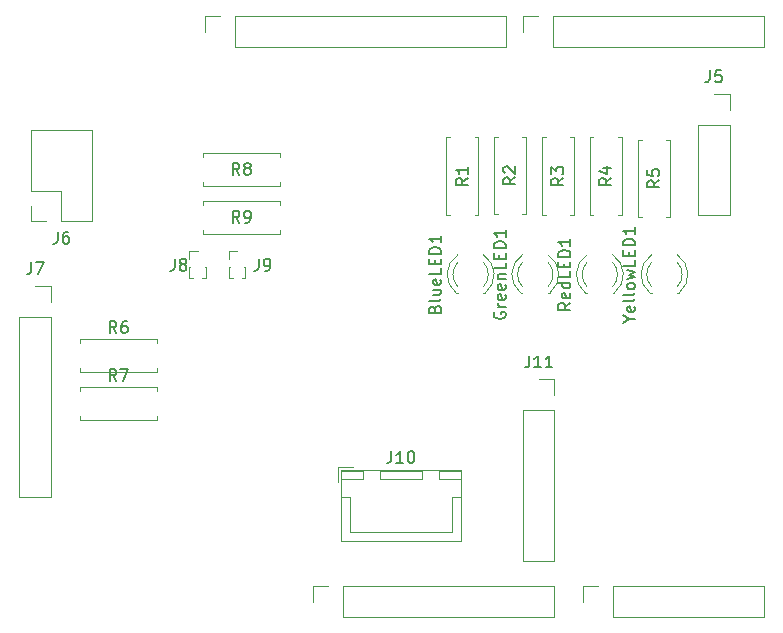
<source format=gbr>
%TF.GenerationSoftware,KiCad,Pcbnew,8.0.8*%
%TF.CreationDate,2025-03-13T23:48:43-06:00*%
%TF.ProjectId,2fib2foib2f,32666962-3266-46f6-9962-32662e6b6963,rev?*%
%TF.SameCoordinates,Original*%
%TF.FileFunction,Legend,Top*%
%TF.FilePolarity,Positive*%
%FSLAX46Y46*%
G04 Gerber Fmt 4.6, Leading zero omitted, Abs format (unit mm)*
G04 Created by KiCad (PCBNEW 8.0.8) date 2025-03-13 23:48:43*
%MOMM*%
%LPD*%
G01*
G04 APERTURE LIST*
%ADD10C,0.150000*%
%ADD11C,0.120000*%
G04 APERTURE END LIST*
D10*
X144935476Y-76643819D02*
X144935476Y-77358104D01*
X144935476Y-77358104D02*
X144887857Y-77500961D01*
X144887857Y-77500961D02*
X144792619Y-77596200D01*
X144792619Y-77596200D02*
X144649762Y-77643819D01*
X144649762Y-77643819D02*
X144554524Y-77643819D01*
X145935476Y-77643819D02*
X145364048Y-77643819D01*
X145649762Y-77643819D02*
X145649762Y-76643819D01*
X145649762Y-76643819D02*
X145554524Y-76786676D01*
X145554524Y-76786676D02*
X145459286Y-76881914D01*
X145459286Y-76881914D02*
X145364048Y-76929533D01*
X146887857Y-77643819D02*
X146316429Y-77643819D01*
X146602143Y-77643819D02*
X146602143Y-76643819D01*
X146602143Y-76643819D02*
X146506905Y-76786676D01*
X146506905Y-76786676D02*
X146411667Y-76881914D01*
X146411667Y-76881914D02*
X146316429Y-76929533D01*
X133266476Y-84728819D02*
X133266476Y-85443104D01*
X133266476Y-85443104D02*
X133218857Y-85585961D01*
X133218857Y-85585961D02*
X133123619Y-85681200D01*
X133123619Y-85681200D02*
X132980762Y-85728819D01*
X132980762Y-85728819D02*
X132885524Y-85728819D01*
X134266476Y-85728819D02*
X133695048Y-85728819D01*
X133980762Y-85728819D02*
X133980762Y-84728819D01*
X133980762Y-84728819D02*
X133885524Y-84871676D01*
X133885524Y-84871676D02*
X133790286Y-84966914D01*
X133790286Y-84966914D02*
X133695048Y-85014533D01*
X134885524Y-84728819D02*
X134980762Y-84728819D01*
X134980762Y-84728819D02*
X135076000Y-84776438D01*
X135076000Y-84776438D02*
X135123619Y-84824057D01*
X135123619Y-84824057D02*
X135171238Y-84919295D01*
X135171238Y-84919295D02*
X135218857Y-85109771D01*
X135218857Y-85109771D02*
X135218857Y-85347866D01*
X135218857Y-85347866D02*
X135171238Y-85538342D01*
X135171238Y-85538342D02*
X135123619Y-85633580D01*
X135123619Y-85633580D02*
X135076000Y-85681200D01*
X135076000Y-85681200D02*
X134980762Y-85728819D01*
X134980762Y-85728819D02*
X134885524Y-85728819D01*
X134885524Y-85728819D02*
X134790286Y-85681200D01*
X134790286Y-85681200D02*
X134742667Y-85633580D01*
X134742667Y-85633580D02*
X134695048Y-85538342D01*
X134695048Y-85538342D02*
X134647429Y-85347866D01*
X134647429Y-85347866D02*
X134647429Y-85109771D01*
X134647429Y-85109771D02*
X134695048Y-84919295D01*
X134695048Y-84919295D02*
X134742667Y-84824057D01*
X134742667Y-84824057D02*
X134790286Y-84776438D01*
X134790286Y-84776438D02*
X134885524Y-84728819D01*
X120407333Y-65388819D02*
X120074000Y-64912628D01*
X119835905Y-65388819D02*
X119835905Y-64388819D01*
X119835905Y-64388819D02*
X120216857Y-64388819D01*
X120216857Y-64388819D02*
X120312095Y-64436438D01*
X120312095Y-64436438D02*
X120359714Y-64484057D01*
X120359714Y-64484057D02*
X120407333Y-64579295D01*
X120407333Y-64579295D02*
X120407333Y-64722152D01*
X120407333Y-64722152D02*
X120359714Y-64817390D01*
X120359714Y-64817390D02*
X120312095Y-64865009D01*
X120312095Y-64865009D02*
X120216857Y-64912628D01*
X120216857Y-64912628D02*
X119835905Y-64912628D01*
X120883524Y-65388819D02*
X121074000Y-65388819D01*
X121074000Y-65388819D02*
X121169238Y-65341200D01*
X121169238Y-65341200D02*
X121216857Y-65293580D01*
X121216857Y-65293580D02*
X121312095Y-65150723D01*
X121312095Y-65150723D02*
X121359714Y-64960247D01*
X121359714Y-64960247D02*
X121359714Y-64579295D01*
X121359714Y-64579295D02*
X121312095Y-64484057D01*
X121312095Y-64484057D02*
X121264476Y-64436438D01*
X121264476Y-64436438D02*
X121169238Y-64388819D01*
X121169238Y-64388819D02*
X120978762Y-64388819D01*
X120978762Y-64388819D02*
X120883524Y-64436438D01*
X120883524Y-64436438D02*
X120835905Y-64484057D01*
X120835905Y-64484057D02*
X120788286Y-64579295D01*
X120788286Y-64579295D02*
X120788286Y-64817390D01*
X120788286Y-64817390D02*
X120835905Y-64912628D01*
X120835905Y-64912628D02*
X120883524Y-64960247D01*
X120883524Y-64960247D02*
X120978762Y-65007866D01*
X120978762Y-65007866D02*
X121169238Y-65007866D01*
X121169238Y-65007866D02*
X121264476Y-64960247D01*
X121264476Y-64960247D02*
X121312095Y-64912628D01*
X121312095Y-64912628D02*
X121359714Y-64817390D01*
X120407333Y-61338819D02*
X120074000Y-60862628D01*
X119835905Y-61338819D02*
X119835905Y-60338819D01*
X119835905Y-60338819D02*
X120216857Y-60338819D01*
X120216857Y-60338819D02*
X120312095Y-60386438D01*
X120312095Y-60386438D02*
X120359714Y-60434057D01*
X120359714Y-60434057D02*
X120407333Y-60529295D01*
X120407333Y-60529295D02*
X120407333Y-60672152D01*
X120407333Y-60672152D02*
X120359714Y-60767390D01*
X120359714Y-60767390D02*
X120312095Y-60815009D01*
X120312095Y-60815009D02*
X120216857Y-60862628D01*
X120216857Y-60862628D02*
X119835905Y-60862628D01*
X120978762Y-60767390D02*
X120883524Y-60719771D01*
X120883524Y-60719771D02*
X120835905Y-60672152D01*
X120835905Y-60672152D02*
X120788286Y-60576914D01*
X120788286Y-60576914D02*
X120788286Y-60529295D01*
X120788286Y-60529295D02*
X120835905Y-60434057D01*
X120835905Y-60434057D02*
X120883524Y-60386438D01*
X120883524Y-60386438D02*
X120978762Y-60338819D01*
X120978762Y-60338819D02*
X121169238Y-60338819D01*
X121169238Y-60338819D02*
X121264476Y-60386438D01*
X121264476Y-60386438D02*
X121312095Y-60434057D01*
X121312095Y-60434057D02*
X121359714Y-60529295D01*
X121359714Y-60529295D02*
X121359714Y-60576914D01*
X121359714Y-60576914D02*
X121312095Y-60672152D01*
X121312095Y-60672152D02*
X121264476Y-60719771D01*
X121264476Y-60719771D02*
X121169238Y-60767390D01*
X121169238Y-60767390D02*
X120978762Y-60767390D01*
X120978762Y-60767390D02*
X120883524Y-60815009D01*
X120883524Y-60815009D02*
X120835905Y-60862628D01*
X120835905Y-60862628D02*
X120788286Y-60957866D01*
X120788286Y-60957866D02*
X120788286Y-61148342D01*
X120788286Y-61148342D02*
X120835905Y-61243580D01*
X120835905Y-61243580D02*
X120883524Y-61291200D01*
X120883524Y-61291200D02*
X120978762Y-61338819D01*
X120978762Y-61338819D02*
X121169238Y-61338819D01*
X121169238Y-61338819D02*
X121264476Y-61291200D01*
X121264476Y-61291200D02*
X121312095Y-61243580D01*
X121312095Y-61243580D02*
X121359714Y-61148342D01*
X121359714Y-61148342D02*
X121359714Y-60957866D01*
X121359714Y-60957866D02*
X121312095Y-60862628D01*
X121312095Y-60862628D02*
X121264476Y-60815009D01*
X121264476Y-60815009D02*
X121169238Y-60767390D01*
X122018666Y-68452819D02*
X122018666Y-69167104D01*
X122018666Y-69167104D02*
X121971047Y-69309961D01*
X121971047Y-69309961D02*
X121875809Y-69405200D01*
X121875809Y-69405200D02*
X121732952Y-69452819D01*
X121732952Y-69452819D02*
X121637714Y-69452819D01*
X122542476Y-69452819D02*
X122732952Y-69452819D01*
X122732952Y-69452819D02*
X122828190Y-69405200D01*
X122828190Y-69405200D02*
X122875809Y-69357580D01*
X122875809Y-69357580D02*
X122971047Y-69214723D01*
X122971047Y-69214723D02*
X123018666Y-69024247D01*
X123018666Y-69024247D02*
X123018666Y-68643295D01*
X123018666Y-68643295D02*
X122971047Y-68548057D01*
X122971047Y-68548057D02*
X122923428Y-68500438D01*
X122923428Y-68500438D02*
X122828190Y-68452819D01*
X122828190Y-68452819D02*
X122637714Y-68452819D01*
X122637714Y-68452819D02*
X122542476Y-68500438D01*
X122542476Y-68500438D02*
X122494857Y-68548057D01*
X122494857Y-68548057D02*
X122447238Y-68643295D01*
X122447238Y-68643295D02*
X122447238Y-68881390D01*
X122447238Y-68881390D02*
X122494857Y-68976628D01*
X122494857Y-68976628D02*
X122542476Y-69024247D01*
X122542476Y-69024247D02*
X122637714Y-69071866D01*
X122637714Y-69071866D02*
X122828190Y-69071866D01*
X122828190Y-69071866D02*
X122923428Y-69024247D01*
X122923428Y-69024247D02*
X122971047Y-68976628D01*
X122971047Y-68976628D02*
X123018666Y-68881390D01*
X114906666Y-68452819D02*
X114906666Y-69167104D01*
X114906666Y-69167104D02*
X114859047Y-69309961D01*
X114859047Y-69309961D02*
X114763809Y-69405200D01*
X114763809Y-69405200D02*
X114620952Y-69452819D01*
X114620952Y-69452819D02*
X114525714Y-69452819D01*
X115525714Y-68881390D02*
X115430476Y-68833771D01*
X115430476Y-68833771D02*
X115382857Y-68786152D01*
X115382857Y-68786152D02*
X115335238Y-68690914D01*
X115335238Y-68690914D02*
X115335238Y-68643295D01*
X115335238Y-68643295D02*
X115382857Y-68548057D01*
X115382857Y-68548057D02*
X115430476Y-68500438D01*
X115430476Y-68500438D02*
X115525714Y-68452819D01*
X115525714Y-68452819D02*
X115716190Y-68452819D01*
X115716190Y-68452819D02*
X115811428Y-68500438D01*
X115811428Y-68500438D02*
X115859047Y-68548057D01*
X115859047Y-68548057D02*
X115906666Y-68643295D01*
X115906666Y-68643295D02*
X115906666Y-68690914D01*
X115906666Y-68690914D02*
X115859047Y-68786152D01*
X115859047Y-68786152D02*
X115811428Y-68833771D01*
X115811428Y-68833771D02*
X115716190Y-68881390D01*
X115716190Y-68881390D02*
X115525714Y-68881390D01*
X115525714Y-68881390D02*
X115430476Y-68929009D01*
X115430476Y-68929009D02*
X115382857Y-68976628D01*
X115382857Y-68976628D02*
X115335238Y-69071866D01*
X115335238Y-69071866D02*
X115335238Y-69262342D01*
X115335238Y-69262342D02*
X115382857Y-69357580D01*
X115382857Y-69357580D02*
X115430476Y-69405200D01*
X115430476Y-69405200D02*
X115525714Y-69452819D01*
X115525714Y-69452819D02*
X115716190Y-69452819D01*
X115716190Y-69452819D02*
X115811428Y-69405200D01*
X115811428Y-69405200D02*
X115859047Y-69357580D01*
X115859047Y-69357580D02*
X115906666Y-69262342D01*
X115906666Y-69262342D02*
X115906666Y-69071866D01*
X115906666Y-69071866D02*
X115859047Y-68976628D01*
X115859047Y-68976628D02*
X115811428Y-68929009D01*
X115811428Y-68929009D02*
X115716190Y-68881390D01*
X105000666Y-66156819D02*
X105000666Y-66871104D01*
X105000666Y-66871104D02*
X104953047Y-67013961D01*
X104953047Y-67013961D02*
X104857809Y-67109200D01*
X104857809Y-67109200D02*
X104714952Y-67156819D01*
X104714952Y-67156819D02*
X104619714Y-67156819D01*
X105905428Y-66156819D02*
X105714952Y-66156819D01*
X105714952Y-66156819D02*
X105619714Y-66204438D01*
X105619714Y-66204438D02*
X105572095Y-66252057D01*
X105572095Y-66252057D02*
X105476857Y-66394914D01*
X105476857Y-66394914D02*
X105429238Y-66585390D01*
X105429238Y-66585390D02*
X105429238Y-66966342D01*
X105429238Y-66966342D02*
X105476857Y-67061580D01*
X105476857Y-67061580D02*
X105524476Y-67109200D01*
X105524476Y-67109200D02*
X105619714Y-67156819D01*
X105619714Y-67156819D02*
X105810190Y-67156819D01*
X105810190Y-67156819D02*
X105905428Y-67109200D01*
X105905428Y-67109200D02*
X105953047Y-67061580D01*
X105953047Y-67061580D02*
X106000666Y-66966342D01*
X106000666Y-66966342D02*
X106000666Y-66728247D01*
X106000666Y-66728247D02*
X105953047Y-66633009D01*
X105953047Y-66633009D02*
X105905428Y-66585390D01*
X105905428Y-66585390D02*
X105810190Y-66537771D01*
X105810190Y-66537771D02*
X105619714Y-66537771D01*
X105619714Y-66537771D02*
X105524476Y-66585390D01*
X105524476Y-66585390D02*
X105476857Y-66633009D01*
X105476857Y-66633009D02*
X105429238Y-66728247D01*
X102766666Y-68744819D02*
X102766666Y-69459104D01*
X102766666Y-69459104D02*
X102719047Y-69601961D01*
X102719047Y-69601961D02*
X102623809Y-69697200D01*
X102623809Y-69697200D02*
X102480952Y-69744819D01*
X102480952Y-69744819D02*
X102385714Y-69744819D01*
X103147619Y-68744819D02*
X103814285Y-68744819D01*
X103814285Y-68744819D02*
X103385714Y-69744819D01*
X109993333Y-78780819D02*
X109660000Y-78304628D01*
X109421905Y-78780819D02*
X109421905Y-77780819D01*
X109421905Y-77780819D02*
X109802857Y-77780819D01*
X109802857Y-77780819D02*
X109898095Y-77828438D01*
X109898095Y-77828438D02*
X109945714Y-77876057D01*
X109945714Y-77876057D02*
X109993333Y-77971295D01*
X109993333Y-77971295D02*
X109993333Y-78114152D01*
X109993333Y-78114152D02*
X109945714Y-78209390D01*
X109945714Y-78209390D02*
X109898095Y-78257009D01*
X109898095Y-78257009D02*
X109802857Y-78304628D01*
X109802857Y-78304628D02*
X109421905Y-78304628D01*
X110326667Y-77780819D02*
X110993333Y-77780819D01*
X110993333Y-77780819D02*
X110564762Y-78780819D01*
X109993333Y-74730819D02*
X109660000Y-74254628D01*
X109421905Y-74730819D02*
X109421905Y-73730819D01*
X109421905Y-73730819D02*
X109802857Y-73730819D01*
X109802857Y-73730819D02*
X109898095Y-73778438D01*
X109898095Y-73778438D02*
X109945714Y-73826057D01*
X109945714Y-73826057D02*
X109993333Y-73921295D01*
X109993333Y-73921295D02*
X109993333Y-74064152D01*
X109993333Y-74064152D02*
X109945714Y-74159390D01*
X109945714Y-74159390D02*
X109898095Y-74207009D01*
X109898095Y-74207009D02*
X109802857Y-74254628D01*
X109802857Y-74254628D02*
X109421905Y-74254628D01*
X110850476Y-73730819D02*
X110660000Y-73730819D01*
X110660000Y-73730819D02*
X110564762Y-73778438D01*
X110564762Y-73778438D02*
X110517143Y-73826057D01*
X110517143Y-73826057D02*
X110421905Y-73968914D01*
X110421905Y-73968914D02*
X110374286Y-74159390D01*
X110374286Y-74159390D02*
X110374286Y-74540342D01*
X110374286Y-74540342D02*
X110421905Y-74635580D01*
X110421905Y-74635580D02*
X110469524Y-74683200D01*
X110469524Y-74683200D02*
X110564762Y-74730819D01*
X110564762Y-74730819D02*
X110755238Y-74730819D01*
X110755238Y-74730819D02*
X110850476Y-74683200D01*
X110850476Y-74683200D02*
X110898095Y-74635580D01*
X110898095Y-74635580D02*
X110945714Y-74540342D01*
X110945714Y-74540342D02*
X110945714Y-74302247D01*
X110945714Y-74302247D02*
X110898095Y-74207009D01*
X110898095Y-74207009D02*
X110850476Y-74159390D01*
X110850476Y-74159390D02*
X110755238Y-74111771D01*
X110755238Y-74111771D02*
X110564762Y-74111771D01*
X110564762Y-74111771D02*
X110469524Y-74159390D01*
X110469524Y-74159390D02*
X110421905Y-74207009D01*
X110421905Y-74207009D02*
X110374286Y-74302247D01*
X143752819Y-61558666D02*
X143276628Y-61891999D01*
X143752819Y-62130094D02*
X142752819Y-62130094D01*
X142752819Y-62130094D02*
X142752819Y-61749142D01*
X142752819Y-61749142D02*
X142800438Y-61653904D01*
X142800438Y-61653904D02*
X142848057Y-61606285D01*
X142848057Y-61606285D02*
X142943295Y-61558666D01*
X142943295Y-61558666D02*
X143086152Y-61558666D01*
X143086152Y-61558666D02*
X143181390Y-61606285D01*
X143181390Y-61606285D02*
X143229009Y-61653904D01*
X143229009Y-61653904D02*
X143276628Y-61749142D01*
X143276628Y-61749142D02*
X143276628Y-62130094D01*
X142848057Y-61177713D02*
X142800438Y-61130094D01*
X142800438Y-61130094D02*
X142752819Y-61034856D01*
X142752819Y-61034856D02*
X142752819Y-60796761D01*
X142752819Y-60796761D02*
X142800438Y-60701523D01*
X142800438Y-60701523D02*
X142848057Y-60653904D01*
X142848057Y-60653904D02*
X142943295Y-60606285D01*
X142943295Y-60606285D02*
X143038533Y-60606285D01*
X143038533Y-60606285D02*
X143181390Y-60653904D01*
X143181390Y-60653904D02*
X143752819Y-61225332D01*
X143752819Y-61225332D02*
X143752819Y-60606285D01*
X148412819Y-72178762D02*
X147936628Y-72512095D01*
X148412819Y-72750190D02*
X147412819Y-72750190D01*
X147412819Y-72750190D02*
X147412819Y-72369238D01*
X147412819Y-72369238D02*
X147460438Y-72274000D01*
X147460438Y-72274000D02*
X147508057Y-72226381D01*
X147508057Y-72226381D02*
X147603295Y-72178762D01*
X147603295Y-72178762D02*
X147746152Y-72178762D01*
X147746152Y-72178762D02*
X147841390Y-72226381D01*
X147841390Y-72226381D02*
X147889009Y-72274000D01*
X147889009Y-72274000D02*
X147936628Y-72369238D01*
X147936628Y-72369238D02*
X147936628Y-72750190D01*
X148365200Y-71369238D02*
X148412819Y-71464476D01*
X148412819Y-71464476D02*
X148412819Y-71654952D01*
X148412819Y-71654952D02*
X148365200Y-71750190D01*
X148365200Y-71750190D02*
X148269961Y-71797809D01*
X148269961Y-71797809D02*
X147889009Y-71797809D01*
X147889009Y-71797809D02*
X147793771Y-71750190D01*
X147793771Y-71750190D02*
X147746152Y-71654952D01*
X147746152Y-71654952D02*
X147746152Y-71464476D01*
X147746152Y-71464476D02*
X147793771Y-71369238D01*
X147793771Y-71369238D02*
X147889009Y-71321619D01*
X147889009Y-71321619D02*
X147984247Y-71321619D01*
X147984247Y-71321619D02*
X148079485Y-71797809D01*
X148412819Y-70464476D02*
X147412819Y-70464476D01*
X148365200Y-70464476D02*
X148412819Y-70559714D01*
X148412819Y-70559714D02*
X148412819Y-70750190D01*
X148412819Y-70750190D02*
X148365200Y-70845428D01*
X148365200Y-70845428D02*
X148317580Y-70893047D01*
X148317580Y-70893047D02*
X148222342Y-70940666D01*
X148222342Y-70940666D02*
X147936628Y-70940666D01*
X147936628Y-70940666D02*
X147841390Y-70893047D01*
X147841390Y-70893047D02*
X147793771Y-70845428D01*
X147793771Y-70845428D02*
X147746152Y-70750190D01*
X147746152Y-70750190D02*
X147746152Y-70559714D01*
X147746152Y-70559714D02*
X147793771Y-70464476D01*
X148412819Y-69512095D02*
X148412819Y-69988285D01*
X148412819Y-69988285D02*
X147412819Y-69988285D01*
X147889009Y-69178761D02*
X147889009Y-68845428D01*
X148412819Y-68702571D02*
X148412819Y-69178761D01*
X148412819Y-69178761D02*
X147412819Y-69178761D01*
X147412819Y-69178761D02*
X147412819Y-68702571D01*
X148412819Y-68273999D02*
X147412819Y-68273999D01*
X147412819Y-68273999D02*
X147412819Y-68035904D01*
X147412819Y-68035904D02*
X147460438Y-67893047D01*
X147460438Y-67893047D02*
X147555676Y-67797809D01*
X147555676Y-67797809D02*
X147650914Y-67750190D01*
X147650914Y-67750190D02*
X147841390Y-67702571D01*
X147841390Y-67702571D02*
X147984247Y-67702571D01*
X147984247Y-67702571D02*
X148174723Y-67750190D01*
X148174723Y-67750190D02*
X148269961Y-67797809D01*
X148269961Y-67797809D02*
X148365200Y-67893047D01*
X148365200Y-67893047D02*
X148412819Y-68035904D01*
X148412819Y-68035904D02*
X148412819Y-68273999D01*
X148412819Y-66750190D02*
X148412819Y-67321618D01*
X148412819Y-67035904D02*
X147412819Y-67035904D01*
X147412819Y-67035904D02*
X147555676Y-67131142D01*
X147555676Y-67131142D02*
X147650914Y-67226380D01*
X147650914Y-67226380D02*
X147698533Y-67321618D01*
X139722819Y-61610666D02*
X139246628Y-61943999D01*
X139722819Y-62182094D02*
X138722819Y-62182094D01*
X138722819Y-62182094D02*
X138722819Y-61801142D01*
X138722819Y-61801142D02*
X138770438Y-61705904D01*
X138770438Y-61705904D02*
X138818057Y-61658285D01*
X138818057Y-61658285D02*
X138913295Y-61610666D01*
X138913295Y-61610666D02*
X139056152Y-61610666D01*
X139056152Y-61610666D02*
X139151390Y-61658285D01*
X139151390Y-61658285D02*
X139199009Y-61705904D01*
X139199009Y-61705904D02*
X139246628Y-61801142D01*
X139246628Y-61801142D02*
X139246628Y-62182094D01*
X139722819Y-60658285D02*
X139722819Y-61229713D01*
X139722819Y-60943999D02*
X138722819Y-60943999D01*
X138722819Y-60943999D02*
X138865676Y-61039237D01*
X138865676Y-61039237D02*
X138960914Y-61134475D01*
X138960914Y-61134475D02*
X139008533Y-61229713D01*
X141990438Y-72964476D02*
X141942819Y-73059714D01*
X141942819Y-73059714D02*
X141942819Y-73202571D01*
X141942819Y-73202571D02*
X141990438Y-73345428D01*
X141990438Y-73345428D02*
X142085676Y-73440666D01*
X142085676Y-73440666D02*
X142180914Y-73488285D01*
X142180914Y-73488285D02*
X142371390Y-73535904D01*
X142371390Y-73535904D02*
X142514247Y-73535904D01*
X142514247Y-73535904D02*
X142704723Y-73488285D01*
X142704723Y-73488285D02*
X142799961Y-73440666D01*
X142799961Y-73440666D02*
X142895200Y-73345428D01*
X142895200Y-73345428D02*
X142942819Y-73202571D01*
X142942819Y-73202571D02*
X142942819Y-73107333D01*
X142942819Y-73107333D02*
X142895200Y-72964476D01*
X142895200Y-72964476D02*
X142847580Y-72916857D01*
X142847580Y-72916857D02*
X142514247Y-72916857D01*
X142514247Y-72916857D02*
X142514247Y-73107333D01*
X142942819Y-72488285D02*
X142276152Y-72488285D01*
X142466628Y-72488285D02*
X142371390Y-72440666D01*
X142371390Y-72440666D02*
X142323771Y-72393047D01*
X142323771Y-72393047D02*
X142276152Y-72297809D01*
X142276152Y-72297809D02*
X142276152Y-72202571D01*
X142895200Y-71488285D02*
X142942819Y-71583523D01*
X142942819Y-71583523D02*
X142942819Y-71773999D01*
X142942819Y-71773999D02*
X142895200Y-71869237D01*
X142895200Y-71869237D02*
X142799961Y-71916856D01*
X142799961Y-71916856D02*
X142419009Y-71916856D01*
X142419009Y-71916856D02*
X142323771Y-71869237D01*
X142323771Y-71869237D02*
X142276152Y-71773999D01*
X142276152Y-71773999D02*
X142276152Y-71583523D01*
X142276152Y-71583523D02*
X142323771Y-71488285D01*
X142323771Y-71488285D02*
X142419009Y-71440666D01*
X142419009Y-71440666D02*
X142514247Y-71440666D01*
X142514247Y-71440666D02*
X142609485Y-71916856D01*
X142895200Y-70631142D02*
X142942819Y-70726380D01*
X142942819Y-70726380D02*
X142942819Y-70916856D01*
X142942819Y-70916856D02*
X142895200Y-71012094D01*
X142895200Y-71012094D02*
X142799961Y-71059713D01*
X142799961Y-71059713D02*
X142419009Y-71059713D01*
X142419009Y-71059713D02*
X142323771Y-71012094D01*
X142323771Y-71012094D02*
X142276152Y-70916856D01*
X142276152Y-70916856D02*
X142276152Y-70726380D01*
X142276152Y-70726380D02*
X142323771Y-70631142D01*
X142323771Y-70631142D02*
X142419009Y-70583523D01*
X142419009Y-70583523D02*
X142514247Y-70583523D01*
X142514247Y-70583523D02*
X142609485Y-71059713D01*
X142276152Y-70154951D02*
X142942819Y-70154951D01*
X142371390Y-70154951D02*
X142323771Y-70107332D01*
X142323771Y-70107332D02*
X142276152Y-70012094D01*
X142276152Y-70012094D02*
X142276152Y-69869237D01*
X142276152Y-69869237D02*
X142323771Y-69773999D01*
X142323771Y-69773999D02*
X142419009Y-69726380D01*
X142419009Y-69726380D02*
X142942819Y-69726380D01*
X142942819Y-68773999D02*
X142942819Y-69250189D01*
X142942819Y-69250189D02*
X141942819Y-69250189D01*
X142419009Y-68440665D02*
X142419009Y-68107332D01*
X142942819Y-67964475D02*
X142942819Y-68440665D01*
X142942819Y-68440665D02*
X141942819Y-68440665D01*
X141942819Y-68440665D02*
X141942819Y-67964475D01*
X142942819Y-67535903D02*
X141942819Y-67535903D01*
X141942819Y-67535903D02*
X141942819Y-67297808D01*
X141942819Y-67297808D02*
X141990438Y-67154951D01*
X141990438Y-67154951D02*
X142085676Y-67059713D01*
X142085676Y-67059713D02*
X142180914Y-67012094D01*
X142180914Y-67012094D02*
X142371390Y-66964475D01*
X142371390Y-66964475D02*
X142514247Y-66964475D01*
X142514247Y-66964475D02*
X142704723Y-67012094D01*
X142704723Y-67012094D02*
X142799961Y-67059713D01*
X142799961Y-67059713D02*
X142895200Y-67154951D01*
X142895200Y-67154951D02*
X142942819Y-67297808D01*
X142942819Y-67297808D02*
X142942819Y-67535903D01*
X142942819Y-66012094D02*
X142942819Y-66583522D01*
X142942819Y-66297808D02*
X141942819Y-66297808D01*
X141942819Y-66297808D02*
X142085676Y-66393046D01*
X142085676Y-66393046D02*
X142180914Y-66488284D01*
X142180914Y-66488284D02*
X142228533Y-66583522D01*
X155944819Y-61812666D02*
X155468628Y-62145999D01*
X155944819Y-62384094D02*
X154944819Y-62384094D01*
X154944819Y-62384094D02*
X154944819Y-62003142D01*
X154944819Y-62003142D02*
X154992438Y-61907904D01*
X154992438Y-61907904D02*
X155040057Y-61860285D01*
X155040057Y-61860285D02*
X155135295Y-61812666D01*
X155135295Y-61812666D02*
X155278152Y-61812666D01*
X155278152Y-61812666D02*
X155373390Y-61860285D01*
X155373390Y-61860285D02*
X155421009Y-61907904D01*
X155421009Y-61907904D02*
X155468628Y-62003142D01*
X155468628Y-62003142D02*
X155468628Y-62384094D01*
X154944819Y-60907904D02*
X154944819Y-61384094D01*
X154944819Y-61384094D02*
X155421009Y-61431713D01*
X155421009Y-61431713D02*
X155373390Y-61384094D01*
X155373390Y-61384094D02*
X155325771Y-61288856D01*
X155325771Y-61288856D02*
X155325771Y-61050761D01*
X155325771Y-61050761D02*
X155373390Y-60955523D01*
X155373390Y-60955523D02*
X155421009Y-60907904D01*
X155421009Y-60907904D02*
X155516247Y-60860285D01*
X155516247Y-60860285D02*
X155754342Y-60860285D01*
X155754342Y-60860285D02*
X155849580Y-60907904D01*
X155849580Y-60907904D02*
X155897200Y-60955523D01*
X155897200Y-60955523D02*
X155944819Y-61050761D01*
X155944819Y-61050761D02*
X155944819Y-61288856D01*
X155944819Y-61288856D02*
X155897200Y-61384094D01*
X155897200Y-61384094D02*
X155849580Y-61431713D01*
X151872819Y-61610666D02*
X151396628Y-61943999D01*
X151872819Y-62182094D02*
X150872819Y-62182094D01*
X150872819Y-62182094D02*
X150872819Y-61801142D01*
X150872819Y-61801142D02*
X150920438Y-61705904D01*
X150920438Y-61705904D02*
X150968057Y-61658285D01*
X150968057Y-61658285D02*
X151063295Y-61610666D01*
X151063295Y-61610666D02*
X151206152Y-61610666D01*
X151206152Y-61610666D02*
X151301390Y-61658285D01*
X151301390Y-61658285D02*
X151349009Y-61705904D01*
X151349009Y-61705904D02*
X151396628Y-61801142D01*
X151396628Y-61801142D02*
X151396628Y-62182094D01*
X151206152Y-60753523D02*
X151872819Y-60753523D01*
X150825200Y-60991618D02*
X151539485Y-61229713D01*
X151539485Y-61229713D02*
X151539485Y-60610666D01*
X147822819Y-61610666D02*
X147346628Y-61943999D01*
X147822819Y-62182094D02*
X146822819Y-62182094D01*
X146822819Y-62182094D02*
X146822819Y-61801142D01*
X146822819Y-61801142D02*
X146870438Y-61705904D01*
X146870438Y-61705904D02*
X146918057Y-61658285D01*
X146918057Y-61658285D02*
X147013295Y-61610666D01*
X147013295Y-61610666D02*
X147156152Y-61610666D01*
X147156152Y-61610666D02*
X147251390Y-61658285D01*
X147251390Y-61658285D02*
X147299009Y-61705904D01*
X147299009Y-61705904D02*
X147346628Y-61801142D01*
X147346628Y-61801142D02*
X147346628Y-62182094D01*
X146822819Y-61277332D02*
X146822819Y-60658285D01*
X146822819Y-60658285D02*
X147203771Y-60991618D01*
X147203771Y-60991618D02*
X147203771Y-60848761D01*
X147203771Y-60848761D02*
X147251390Y-60753523D01*
X147251390Y-60753523D02*
X147299009Y-60705904D01*
X147299009Y-60705904D02*
X147394247Y-60658285D01*
X147394247Y-60658285D02*
X147632342Y-60658285D01*
X147632342Y-60658285D02*
X147727580Y-60705904D01*
X147727580Y-60705904D02*
X147775200Y-60753523D01*
X147775200Y-60753523D02*
X147822819Y-60848761D01*
X147822819Y-60848761D02*
X147822819Y-61134475D01*
X147822819Y-61134475D02*
X147775200Y-61229713D01*
X147775200Y-61229713D02*
X147727580Y-61277332D01*
X136949009Y-72678762D02*
X136996628Y-72535905D01*
X136996628Y-72535905D02*
X137044247Y-72488286D01*
X137044247Y-72488286D02*
X137139485Y-72440667D01*
X137139485Y-72440667D02*
X137282342Y-72440667D01*
X137282342Y-72440667D02*
X137377580Y-72488286D01*
X137377580Y-72488286D02*
X137425200Y-72535905D01*
X137425200Y-72535905D02*
X137472819Y-72631143D01*
X137472819Y-72631143D02*
X137472819Y-73012095D01*
X137472819Y-73012095D02*
X136472819Y-73012095D01*
X136472819Y-73012095D02*
X136472819Y-72678762D01*
X136472819Y-72678762D02*
X136520438Y-72583524D01*
X136520438Y-72583524D02*
X136568057Y-72535905D01*
X136568057Y-72535905D02*
X136663295Y-72488286D01*
X136663295Y-72488286D02*
X136758533Y-72488286D01*
X136758533Y-72488286D02*
X136853771Y-72535905D01*
X136853771Y-72535905D02*
X136901390Y-72583524D01*
X136901390Y-72583524D02*
X136949009Y-72678762D01*
X136949009Y-72678762D02*
X136949009Y-73012095D01*
X137472819Y-71869238D02*
X137425200Y-71964476D01*
X137425200Y-71964476D02*
X137329961Y-72012095D01*
X137329961Y-72012095D02*
X136472819Y-72012095D01*
X136806152Y-71059714D02*
X137472819Y-71059714D01*
X136806152Y-71488285D02*
X137329961Y-71488285D01*
X137329961Y-71488285D02*
X137425200Y-71440666D01*
X137425200Y-71440666D02*
X137472819Y-71345428D01*
X137472819Y-71345428D02*
X137472819Y-71202571D01*
X137472819Y-71202571D02*
X137425200Y-71107333D01*
X137425200Y-71107333D02*
X137377580Y-71059714D01*
X137425200Y-70202571D02*
X137472819Y-70297809D01*
X137472819Y-70297809D02*
X137472819Y-70488285D01*
X137472819Y-70488285D02*
X137425200Y-70583523D01*
X137425200Y-70583523D02*
X137329961Y-70631142D01*
X137329961Y-70631142D02*
X136949009Y-70631142D01*
X136949009Y-70631142D02*
X136853771Y-70583523D01*
X136853771Y-70583523D02*
X136806152Y-70488285D01*
X136806152Y-70488285D02*
X136806152Y-70297809D01*
X136806152Y-70297809D02*
X136853771Y-70202571D01*
X136853771Y-70202571D02*
X136949009Y-70154952D01*
X136949009Y-70154952D02*
X137044247Y-70154952D01*
X137044247Y-70154952D02*
X137139485Y-70631142D01*
X137472819Y-69250190D02*
X137472819Y-69726380D01*
X137472819Y-69726380D02*
X136472819Y-69726380D01*
X136949009Y-68916856D02*
X136949009Y-68583523D01*
X137472819Y-68440666D02*
X137472819Y-68916856D01*
X137472819Y-68916856D02*
X136472819Y-68916856D01*
X136472819Y-68916856D02*
X136472819Y-68440666D01*
X137472819Y-68012094D02*
X136472819Y-68012094D01*
X136472819Y-68012094D02*
X136472819Y-67773999D01*
X136472819Y-67773999D02*
X136520438Y-67631142D01*
X136520438Y-67631142D02*
X136615676Y-67535904D01*
X136615676Y-67535904D02*
X136710914Y-67488285D01*
X136710914Y-67488285D02*
X136901390Y-67440666D01*
X136901390Y-67440666D02*
X137044247Y-67440666D01*
X137044247Y-67440666D02*
X137234723Y-67488285D01*
X137234723Y-67488285D02*
X137329961Y-67535904D01*
X137329961Y-67535904D02*
X137425200Y-67631142D01*
X137425200Y-67631142D02*
X137472819Y-67773999D01*
X137472819Y-67773999D02*
X137472819Y-68012094D01*
X137472819Y-66488285D02*
X137472819Y-67059713D01*
X137472819Y-66773999D02*
X136472819Y-66773999D01*
X136472819Y-66773999D02*
X136615676Y-66869237D01*
X136615676Y-66869237D02*
X136710914Y-66964475D01*
X136710914Y-66964475D02*
X136758533Y-67059713D01*
X160236666Y-52488819D02*
X160236666Y-53203104D01*
X160236666Y-53203104D02*
X160189047Y-53345961D01*
X160189047Y-53345961D02*
X160093809Y-53441200D01*
X160093809Y-53441200D02*
X159950952Y-53488819D01*
X159950952Y-53488819D02*
X159855714Y-53488819D01*
X161189047Y-52488819D02*
X160712857Y-52488819D01*
X160712857Y-52488819D02*
X160665238Y-52965009D01*
X160665238Y-52965009D02*
X160712857Y-52917390D01*
X160712857Y-52917390D02*
X160808095Y-52869771D01*
X160808095Y-52869771D02*
X161046190Y-52869771D01*
X161046190Y-52869771D02*
X161141428Y-52917390D01*
X161141428Y-52917390D02*
X161189047Y-52965009D01*
X161189047Y-52965009D02*
X161236666Y-53060247D01*
X161236666Y-53060247D02*
X161236666Y-53298342D01*
X161236666Y-53298342D02*
X161189047Y-53393580D01*
X161189047Y-53393580D02*
X161141428Y-53441200D01*
X161141428Y-53441200D02*
X161046190Y-53488819D01*
X161046190Y-53488819D02*
X160808095Y-53488819D01*
X160808095Y-53488819D02*
X160712857Y-53441200D01*
X160712857Y-53441200D02*
X160665238Y-53393580D01*
X153406628Y-73535905D02*
X153882819Y-73535905D01*
X152882819Y-73869238D02*
X153406628Y-73535905D01*
X153406628Y-73535905D02*
X152882819Y-73202572D01*
X153835200Y-72488286D02*
X153882819Y-72583524D01*
X153882819Y-72583524D02*
X153882819Y-72774000D01*
X153882819Y-72774000D02*
X153835200Y-72869238D01*
X153835200Y-72869238D02*
X153739961Y-72916857D01*
X153739961Y-72916857D02*
X153359009Y-72916857D01*
X153359009Y-72916857D02*
X153263771Y-72869238D01*
X153263771Y-72869238D02*
X153216152Y-72774000D01*
X153216152Y-72774000D02*
X153216152Y-72583524D01*
X153216152Y-72583524D02*
X153263771Y-72488286D01*
X153263771Y-72488286D02*
X153359009Y-72440667D01*
X153359009Y-72440667D02*
X153454247Y-72440667D01*
X153454247Y-72440667D02*
X153549485Y-72916857D01*
X153882819Y-71869238D02*
X153835200Y-71964476D01*
X153835200Y-71964476D02*
X153739961Y-72012095D01*
X153739961Y-72012095D02*
X152882819Y-72012095D01*
X153882819Y-71345428D02*
X153835200Y-71440666D01*
X153835200Y-71440666D02*
X153739961Y-71488285D01*
X153739961Y-71488285D02*
X152882819Y-71488285D01*
X153882819Y-70821618D02*
X153835200Y-70916856D01*
X153835200Y-70916856D02*
X153787580Y-70964475D01*
X153787580Y-70964475D02*
X153692342Y-71012094D01*
X153692342Y-71012094D02*
X153406628Y-71012094D01*
X153406628Y-71012094D02*
X153311390Y-70964475D01*
X153311390Y-70964475D02*
X153263771Y-70916856D01*
X153263771Y-70916856D02*
X153216152Y-70821618D01*
X153216152Y-70821618D02*
X153216152Y-70678761D01*
X153216152Y-70678761D02*
X153263771Y-70583523D01*
X153263771Y-70583523D02*
X153311390Y-70535904D01*
X153311390Y-70535904D02*
X153406628Y-70488285D01*
X153406628Y-70488285D02*
X153692342Y-70488285D01*
X153692342Y-70488285D02*
X153787580Y-70535904D01*
X153787580Y-70535904D02*
X153835200Y-70583523D01*
X153835200Y-70583523D02*
X153882819Y-70678761D01*
X153882819Y-70678761D02*
X153882819Y-70821618D01*
X153216152Y-70154951D02*
X153882819Y-69964475D01*
X153882819Y-69964475D02*
X153406628Y-69773999D01*
X153406628Y-69773999D02*
X153882819Y-69583523D01*
X153882819Y-69583523D02*
X153216152Y-69393047D01*
X153882819Y-68535904D02*
X153882819Y-69012094D01*
X153882819Y-69012094D02*
X152882819Y-69012094D01*
X153359009Y-68202570D02*
X153359009Y-67869237D01*
X153882819Y-67726380D02*
X153882819Y-68202570D01*
X153882819Y-68202570D02*
X152882819Y-68202570D01*
X152882819Y-68202570D02*
X152882819Y-67726380D01*
X153882819Y-67297808D02*
X152882819Y-67297808D01*
X152882819Y-67297808D02*
X152882819Y-67059713D01*
X152882819Y-67059713D02*
X152930438Y-66916856D01*
X152930438Y-66916856D02*
X153025676Y-66821618D01*
X153025676Y-66821618D02*
X153120914Y-66773999D01*
X153120914Y-66773999D02*
X153311390Y-66726380D01*
X153311390Y-66726380D02*
X153454247Y-66726380D01*
X153454247Y-66726380D02*
X153644723Y-66773999D01*
X153644723Y-66773999D02*
X153739961Y-66821618D01*
X153739961Y-66821618D02*
X153835200Y-66916856D01*
X153835200Y-66916856D02*
X153882819Y-67059713D01*
X153882819Y-67059713D02*
X153882819Y-67297808D01*
X153882819Y-65773999D02*
X153882819Y-66345427D01*
X153882819Y-66059713D02*
X152882819Y-66059713D01*
X152882819Y-66059713D02*
X153025676Y-66154951D01*
X153025676Y-66154951D02*
X153120914Y-66250189D01*
X153120914Y-66250189D02*
X153168533Y-66345427D01*
D11*
%TO.C,J11*%
X144415000Y-81229000D02*
X144415000Y-93989000D01*
X144415000Y-81229000D02*
X147075000Y-81229000D01*
X144415000Y-93989000D02*
X147075000Y-93989000D01*
X145745000Y-78629000D02*
X147075000Y-78629000D01*
X147075000Y-78629000D02*
X147075000Y-79959000D01*
X147075000Y-81229000D02*
X147075000Y-93989000D01*
%TO.C,J10*%
X128726000Y-86074000D02*
X128726000Y-87324000D01*
X129016000Y-86364000D02*
X129016000Y-92334000D01*
X129016000Y-92334000D02*
X139136000Y-92334000D01*
X129026000Y-86374000D02*
X129026000Y-87124000D01*
X129026000Y-87124000D02*
X130826000Y-87124000D01*
X129026000Y-88624000D02*
X129776000Y-88624000D01*
X129776000Y-88624000D02*
X129776000Y-91574000D01*
X129776000Y-91574000D02*
X134076000Y-91574000D01*
X129976000Y-86074000D02*
X128726000Y-86074000D01*
X130826000Y-86374000D02*
X129026000Y-86374000D01*
X130826000Y-87124000D02*
X130826000Y-86374000D01*
X132326000Y-86374000D02*
X132326000Y-87124000D01*
X132326000Y-87124000D02*
X135826000Y-87124000D01*
X135826000Y-86374000D02*
X132326000Y-86374000D01*
X135826000Y-87124000D02*
X135826000Y-86374000D01*
X137326000Y-86374000D02*
X137326000Y-87124000D01*
X137326000Y-87124000D02*
X139126000Y-87124000D01*
X138376000Y-88624000D02*
X138376000Y-91574000D01*
X138376000Y-91574000D02*
X134076000Y-91574000D01*
X139126000Y-86374000D02*
X137326000Y-86374000D01*
X139126000Y-87124000D02*
X139126000Y-86374000D01*
X139126000Y-88624000D02*
X138376000Y-88624000D01*
X139136000Y-86364000D02*
X129016000Y-86364000D01*
X139136000Y-92334000D02*
X139136000Y-86364000D01*
%TO.C,R9*%
X117304000Y-63564000D02*
X123844000Y-63564000D01*
X117304000Y-63894000D02*
X117304000Y-63564000D01*
X117304000Y-65974000D02*
X117304000Y-66304000D01*
X117304000Y-66304000D02*
X123844000Y-66304000D01*
X123844000Y-63564000D02*
X123844000Y-63894000D01*
X123844000Y-66304000D02*
X123844000Y-65974000D01*
%TO.C,R8*%
X117304000Y-59514000D02*
X123844000Y-59514000D01*
X117304000Y-59844000D02*
X117304000Y-59514000D01*
X117304000Y-61924000D02*
X117304000Y-62254000D01*
X117304000Y-62254000D02*
X123844000Y-62254000D01*
X123844000Y-59514000D02*
X123844000Y-59844000D01*
X123844000Y-62254000D02*
X123844000Y-61924000D01*
%TO.C,J9*%
X119519000Y-67799000D02*
X120214000Y-67799000D01*
X119519000Y-68484000D02*
X119519000Y-67799000D01*
X119519000Y-69169000D02*
X119519000Y-70044000D01*
X119519000Y-69169000D02*
X119605724Y-69169000D01*
X119519000Y-70044000D02*
X119819507Y-70044000D01*
X120608493Y-70044000D02*
X120909000Y-70044000D01*
X120822276Y-69169000D02*
X120909000Y-69169000D01*
X120909000Y-69169000D02*
X120909000Y-70044000D01*
%TO.C,J8*%
X116169000Y-67799000D02*
X116864000Y-67799000D01*
X116169000Y-68484000D02*
X116169000Y-67799000D01*
X116169000Y-69169000D02*
X116169000Y-70044000D01*
X116169000Y-69169000D02*
X116255724Y-69169000D01*
X116169000Y-70044000D02*
X116469507Y-70044000D01*
X117258493Y-70044000D02*
X117559000Y-70044000D01*
X117472276Y-69169000D02*
X117559000Y-69169000D01*
X117559000Y-69169000D02*
X117559000Y-70044000D01*
%TO.C,J6*%
X107934000Y-65262000D02*
X107934000Y-57522000D01*
X107934000Y-65262000D02*
X105334000Y-65262000D01*
X107934000Y-57522000D02*
X102734000Y-57522000D01*
X105334000Y-65262000D02*
X105334000Y-62662000D01*
X105334000Y-62662000D02*
X102734000Y-62662000D01*
X104064000Y-65262000D02*
X102734000Y-65262000D01*
X102734000Y-65262000D02*
X102734000Y-63932000D01*
X102734000Y-62662000D02*
X102734000Y-57522000D01*
%TO.C,J7*%
X101770000Y-73330000D02*
X101770000Y-88630000D01*
X101770000Y-73330000D02*
X104430000Y-73330000D01*
X101770000Y-88630000D02*
X104430000Y-88630000D01*
X103100000Y-70730000D02*
X104430000Y-70730000D01*
X104430000Y-70730000D02*
X104430000Y-72060000D01*
X104430000Y-73330000D02*
X104430000Y-88630000D01*
%TO.C,R7*%
X113430000Y-82066000D02*
X113430000Y-81736000D01*
X113430000Y-79326000D02*
X113430000Y-79656000D01*
X106890000Y-82066000D02*
X113430000Y-82066000D01*
X106890000Y-81736000D02*
X106890000Y-82066000D01*
X106890000Y-79656000D02*
X106890000Y-79326000D01*
X106890000Y-79326000D02*
X113430000Y-79326000D01*
%TO.C,R6*%
X113430000Y-78016000D02*
X113430000Y-77686000D01*
X113430000Y-75276000D02*
X113430000Y-75606000D01*
X106890000Y-78016000D02*
X113430000Y-78016000D01*
X106890000Y-77686000D02*
X106890000Y-78016000D01*
X106890000Y-75606000D02*
X106890000Y-75276000D01*
X106890000Y-75276000D02*
X113430000Y-75276000D01*
%TO.C,J1*%
X126610000Y-96130000D02*
X127940000Y-96130000D01*
X126610000Y-97460000D02*
X126610000Y-96130000D01*
X129210000Y-96130000D02*
X147050000Y-96130000D01*
X129210000Y-98790000D02*
X129210000Y-96130000D01*
X129210000Y-98790000D02*
X147050000Y-98790000D01*
X147050000Y-98790000D02*
X147050000Y-96130000D01*
%TO.C,J3*%
X149470000Y-96130000D02*
X150800000Y-96130000D01*
X149470000Y-97460000D02*
X149470000Y-96130000D01*
X152070000Y-96130000D02*
X164830000Y-96130000D01*
X152070000Y-98790000D02*
X152070000Y-96130000D01*
X152070000Y-98790000D02*
X164830000Y-98790000D01*
X164830000Y-98790000D02*
X164830000Y-96130000D01*
%TO.C,J2*%
X117466000Y-47870000D02*
X118796000Y-47870000D01*
X117466000Y-49200000D02*
X117466000Y-47870000D01*
X120066000Y-47870000D02*
X142986000Y-47870000D01*
X120066000Y-50530000D02*
X120066000Y-47870000D01*
X120066000Y-50530000D02*
X142986000Y-50530000D01*
X142986000Y-50530000D02*
X142986000Y-47870000D01*
%TO.C,J4*%
X144390000Y-47870000D02*
X145720000Y-47870000D01*
X144390000Y-49200000D02*
X144390000Y-47870000D01*
X146990000Y-47870000D02*
X164830000Y-47870000D01*
X146990000Y-50530000D02*
X146990000Y-47870000D01*
X146990000Y-50530000D02*
X164830000Y-50530000D01*
X164830000Y-50530000D02*
X164830000Y-47870000D01*
%TO.C,R2*%
X144668000Y-58122000D02*
X144338000Y-58122000D01*
X141928000Y-58122000D02*
X142258000Y-58122000D01*
X144668000Y-64662000D02*
X144668000Y-58122000D01*
X144338000Y-64662000D02*
X144668000Y-64662000D01*
X142258000Y-64662000D02*
X141928000Y-64662000D01*
X141928000Y-64662000D02*
X141928000Y-58122000D01*
%TO.C,RedLED1*%
X151998000Y-71334000D02*
X152154000Y-71334000D01*
X149682000Y-71334000D02*
X149838000Y-71334000D01*
X151998061Y-68102603D02*
G75*
G02*
X152153516Y-71334000I-1080061J-1671397D01*
G01*
X151998049Y-68733090D02*
G75*
G02*
X151998000Y-70814961I-1080049J-1040910D01*
G01*
X149838000Y-70814961D02*
G75*
G02*
X149837951Y-68733090I1080000J1040961D01*
G01*
X149682484Y-71334000D02*
G75*
G02*
X149837939Y-68102603I1235516J1560000D01*
G01*
%TO.C,R1*%
X140638000Y-58174000D02*
X140308000Y-58174000D01*
X137898000Y-58174000D02*
X138228000Y-58174000D01*
X140638000Y-64714000D02*
X140638000Y-58174000D01*
X140308000Y-64714000D02*
X140638000Y-64714000D01*
X138228000Y-64714000D02*
X137898000Y-64714000D01*
X137898000Y-64714000D02*
X137898000Y-58174000D01*
%TO.C,GreenLED1*%
X146528000Y-71334000D02*
X146684000Y-71334000D01*
X144212000Y-71334000D02*
X144368000Y-71334000D01*
X146528061Y-68102603D02*
G75*
G02*
X146683516Y-71334000I-1080061J-1671397D01*
G01*
X146528049Y-68733090D02*
G75*
G02*
X146528000Y-70814961I-1080049J-1040910D01*
G01*
X144368000Y-70814961D02*
G75*
G02*
X144367951Y-68733090I1080000J1040961D01*
G01*
X144212484Y-71334000D02*
G75*
G02*
X144367939Y-68102603I1235516J1560000D01*
G01*
%TO.C,R5*%
X156860000Y-58376000D02*
X156860000Y-64916000D01*
X156530000Y-58376000D02*
X156860000Y-58376000D01*
X154450000Y-58376000D02*
X154120000Y-58376000D01*
X154120000Y-58376000D02*
X154120000Y-64916000D01*
X156860000Y-64916000D02*
X156530000Y-64916000D01*
X154120000Y-64916000D02*
X154450000Y-64916000D01*
%TO.C,R4*%
X152788000Y-58174000D02*
X152458000Y-58174000D01*
X150048000Y-58174000D02*
X150378000Y-58174000D01*
X152788000Y-64714000D02*
X152788000Y-58174000D01*
X152458000Y-64714000D02*
X152788000Y-64714000D01*
X150378000Y-64714000D02*
X150048000Y-64714000D01*
X150048000Y-64714000D02*
X150048000Y-58174000D01*
%TO.C,R3*%
X148738000Y-58174000D02*
X148408000Y-58174000D01*
X145998000Y-58174000D02*
X146328000Y-58174000D01*
X148738000Y-64714000D02*
X148738000Y-58174000D01*
X148408000Y-64714000D02*
X148738000Y-64714000D01*
X146328000Y-64714000D02*
X145998000Y-64714000D01*
X145998000Y-64714000D02*
X145998000Y-58174000D01*
%TO.C,BlueLED1*%
X141058000Y-71334000D02*
X141214000Y-71334000D01*
X138742000Y-71334000D02*
X138898000Y-71334000D01*
X141058061Y-68102603D02*
G75*
G02*
X141213516Y-71334000I-1080061J-1671397D01*
G01*
X141058049Y-68733090D02*
G75*
G02*
X141058000Y-70814961I-1080049J-1040910D01*
G01*
X138898000Y-70814961D02*
G75*
G02*
X138897951Y-68733090I1080000J1040961D01*
G01*
X138742484Y-71334000D02*
G75*
G02*
X138897939Y-68102603I1235516J1560000D01*
G01*
%TO.C,J5*%
X161900000Y-54474000D02*
X161900000Y-55804000D01*
X160570000Y-54474000D02*
X161900000Y-54474000D01*
X161900000Y-57074000D02*
X161900000Y-64754000D01*
X159240000Y-57074000D02*
X161900000Y-57074000D01*
X159240000Y-57074000D02*
X159240000Y-64754000D01*
X159240000Y-64754000D02*
X161900000Y-64754000D01*
%TO.C,YellowLED1*%
X157468000Y-71334000D02*
X157624000Y-71334000D01*
X155152000Y-71334000D02*
X155308000Y-71334000D01*
X157468061Y-68102603D02*
G75*
G02*
X157623516Y-71334000I-1080061J-1671397D01*
G01*
X157468049Y-68733090D02*
G75*
G02*
X157468000Y-70814961I-1080049J-1040910D01*
G01*
X155308000Y-70814961D02*
G75*
G02*
X155307951Y-68733090I1080000J1040961D01*
G01*
X155152484Y-71334000D02*
G75*
G02*
X155307939Y-68102603I1235516J1560000D01*
G01*
%TD*%
M02*

</source>
